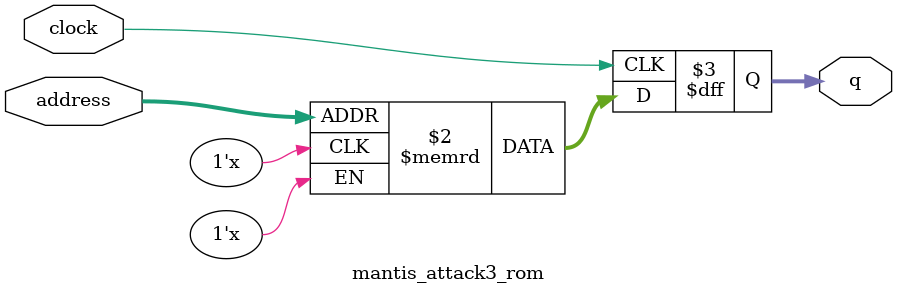
<source format=sv>
module mantis_attack3_rom (
	input logic clock,
	input logic [14:0] address,
	output logic [2:0] q
);

logic [2:0] memory [0:18815] /* synthesis ram_init_file = "./mantis_attack3/mantis_attack3.mif" */;

always_ff @ (posedge clock) begin
	q <= memory[address];
end

endmodule

</source>
